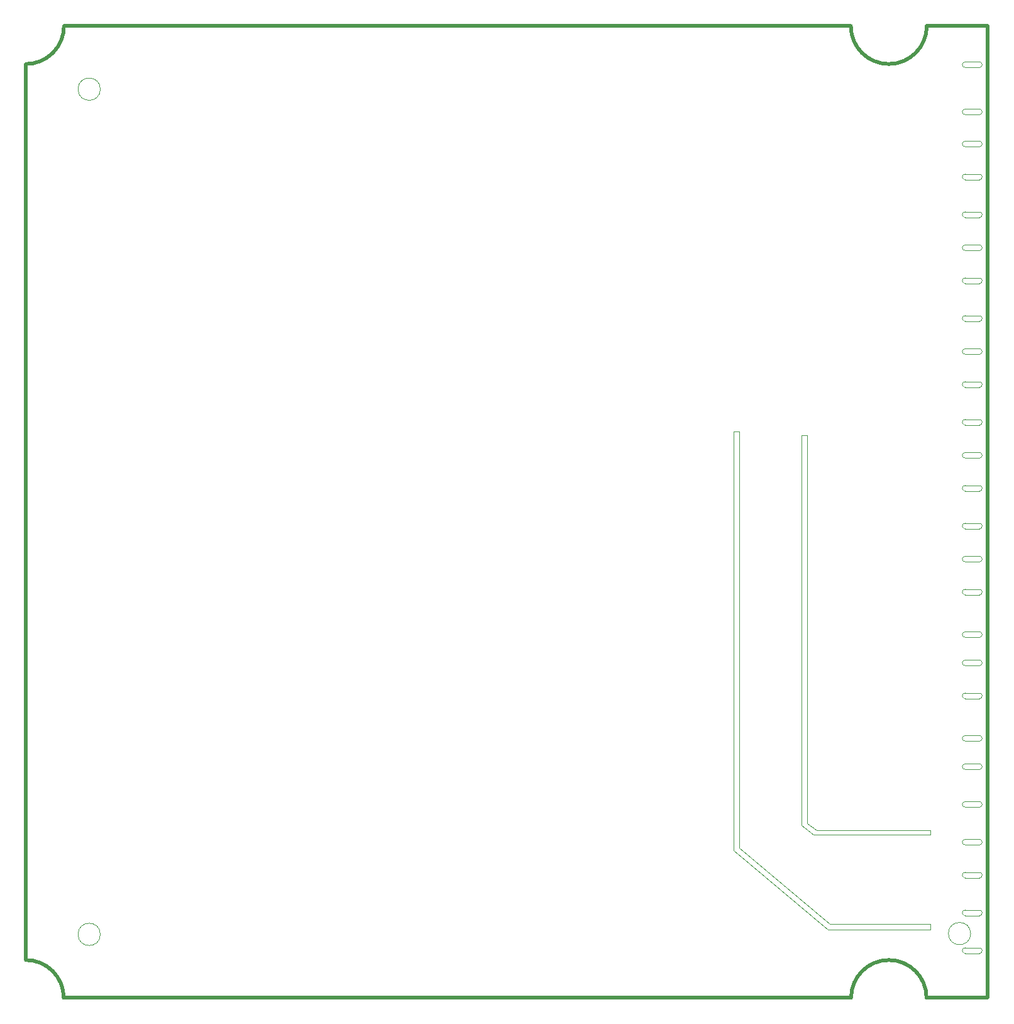
<source format=gbr>
%TF.GenerationSoftware,KiCad,Pcbnew,6.0.8-f2edbf62ab~116~ubuntu20.04.1*%
%TF.CreationDate,2022-10-25T18:56:44-07:00*%
%TF.ProjectId,Control_Board,436f6e74-726f-46c5-9f42-6f6172642e6b,rev?*%
%TF.SameCoordinates,Original*%
%TF.FileFunction,Profile,NP*%
%FSLAX46Y46*%
G04 Gerber Fmt 4.6, Leading zero omitted, Abs format (unit mm)*
G04 Created by KiCad (PCBNEW 6.0.8-f2edbf62ab~116~ubuntu20.04.1) date 2022-10-25 18:56:44*
%MOMM*%
%LPD*%
G01*
G04 APERTURE LIST*
%TA.AperFunction,Profile*%
%ADD10C,0.100000*%
%TD*%
%TA.AperFunction,Profile*%
%ADD11C,0.500000*%
%TD*%
G04 APERTURE END LIST*
D10*
X162007550Y-82282757D02*
X163912550Y-82282757D01*
D11*
X156800550Y-154926757D02*
G75*
G03*
X146640550Y-154926757I-5080000J0D01*
G01*
D10*
X163912550Y-143877843D02*
G75*
G03*
X163912550Y-143115757I50J381043D01*
G01*
X162007550Y-44055757D02*
X163912550Y-44055757D01*
X157343550Y-145782757D02*
X143500550Y-145782757D01*
X163912550Y-96252843D02*
G75*
G03*
X163912550Y-95490757I50J381043D01*
G01*
X163912550Y-124192843D02*
G75*
G03*
X163912550Y-123430757I50J381043D01*
G01*
X162007550Y-128510757D02*
X163912550Y-128510757D01*
X131553524Y-119239757D02*
X131553523Y-134784557D01*
X162007550Y-128510843D02*
G75*
G03*
X162007550Y-129272757I50J-380957D01*
G01*
X162007550Y-40372757D02*
X163912550Y-40372757D01*
X162007550Y-148957757D02*
X163912550Y-148957757D01*
X162007550Y-39610757D02*
X163912550Y-39610757D01*
X162007550Y-143115757D02*
X163912550Y-143115757D01*
X162007550Y-129272757D02*
X163912550Y-129272757D01*
X162007550Y-49135757D02*
X163912550Y-49135757D01*
X162007550Y-123430757D02*
X163912550Y-123430757D01*
X162007550Y-28942757D02*
X163912550Y-28942757D01*
X162007550Y-39610843D02*
G75*
G03*
X162007550Y-40372757I50J-380957D01*
G01*
X163912550Y-68312843D02*
G75*
G03*
X163912550Y-67550757I50J381043D01*
G01*
X163912550Y-129272843D02*
G75*
G03*
X163912550Y-128510757I50J381043D01*
G01*
X162007550Y-35292843D02*
G75*
G03*
X162007550Y-36054757I50J-380957D01*
G01*
X141986000Y-132359400D02*
X140716000Y-131470400D01*
X162007550Y-71995757D02*
X163912550Y-71995757D01*
D11*
X146640550Y-154926757D02*
X40595550Y-154926757D01*
D10*
X162007550Y-120382757D02*
X163912550Y-120382757D01*
X163912550Y-58787843D02*
G75*
G03*
X163912550Y-58025757I50J381043D01*
G01*
X162007550Y-35292757D02*
X163912550Y-35292757D01*
X163912550Y-148957843D02*
G75*
G03*
X163912550Y-148195757I50J381043D01*
G01*
X162007550Y-49135843D02*
G75*
G03*
X162007550Y-49897757I50J-380957D01*
G01*
X162007550Y-96252757D02*
X163912550Y-96252757D01*
X139954000Y-79248000D02*
X139954000Y-131724400D01*
X162007550Y-54342757D02*
X163912550Y-54342757D01*
X162007550Y-85965843D02*
G75*
G03*
X162007550Y-86727757I50J-380957D01*
G01*
X162007550Y-77075757D02*
X163912550Y-77075757D01*
X45524550Y-146394854D02*
G75*
G03*
X45524550Y-146394854I-1500000J0D01*
G01*
X130800550Y-135089357D02*
X130791525Y-119239757D01*
X163912550Y-40372843D02*
G75*
G03*
X163912550Y-39610757I50J381043D01*
G01*
X163912550Y-106412843D02*
G75*
G03*
X163912550Y-105650757I50J381043D01*
G01*
X163912550Y-114667843D02*
G75*
G03*
X163912550Y-113905757I50J381043D01*
G01*
X163912550Y-110222843D02*
G75*
G03*
X163912550Y-109460757I50J381043D01*
G01*
X162007550Y-53580757D02*
X163912550Y-53580757D01*
X141604999Y-132994400D02*
X139954000Y-131724400D01*
X162007550Y-95490843D02*
G75*
G03*
X162007550Y-96252757I50J-380957D01*
G01*
X162007550Y-91807757D02*
X163912550Y-91807757D01*
X163912550Y-44817843D02*
G75*
G03*
X163912550Y-44055757I50J381043D01*
G01*
X162007550Y-133590843D02*
G75*
G03*
X162007550Y-134352757I50J-380957D01*
G01*
X162007550Y-95490757D02*
X163912550Y-95490757D01*
D11*
X146601017Y-24116757D02*
X40635083Y-24116757D01*
D10*
X162007550Y-138035757D02*
X163912550Y-138035757D01*
X162007550Y-81520843D02*
G75*
G03*
X162007550Y-82282757I50J-380957D01*
G01*
X162745550Y-146290757D02*
G75*
G03*
X162745550Y-146290757I-1500000J0D01*
G01*
D11*
X165055550Y-154926757D02*
X156800550Y-154926757D01*
D10*
X131553524Y-119239757D02*
X131553524Y-117334757D01*
X162007550Y-63105757D02*
X163912550Y-63105757D01*
X162007550Y-44817757D02*
X163912550Y-44817757D01*
X163912550Y-49897843D02*
G75*
G03*
X163912550Y-49135757I50J381043D01*
G01*
X162007550Y-148195757D02*
X163912550Y-148195757D01*
X162007550Y-148195843D02*
G75*
G03*
X162007550Y-148957757I50J-380957D01*
G01*
X162007550Y-109460757D02*
X163912550Y-109460757D01*
X130791525Y-119239757D02*
X130810000Y-78740000D01*
X163912550Y-86727843D02*
G75*
G03*
X163912550Y-85965757I50J381043D01*
G01*
X162007550Y-71995843D02*
G75*
G03*
X162007550Y-72757757I50J-380957D01*
G01*
X162007550Y-119620757D02*
X163912550Y-119620757D01*
X162007550Y-77075843D02*
G75*
G03*
X162007550Y-77837757I50J-380957D01*
G01*
X162007550Y-86727757D02*
X163912550Y-86727757D01*
X162007550Y-99935757D02*
X163912550Y-99935757D01*
X162007550Y-99935843D02*
G75*
G03*
X162007550Y-100697757I50J-380957D01*
G01*
X131553524Y-78740000D02*
X131553523Y-121462800D01*
X163912550Y-63867843D02*
G75*
G03*
X163912550Y-63105757I50J381043D01*
G01*
X163912550Y-82282843D02*
G75*
G03*
X163912550Y-81520757I50J381043D01*
G01*
X162007550Y-143877757D02*
X163912550Y-143877757D01*
X162007550Y-123430843D02*
G75*
G03*
X162007550Y-124192757I50J-380957D01*
G01*
X162007550Y-109460843D02*
G75*
G03*
X162007550Y-110222757I50J-380957D01*
G01*
X162007550Y-63867757D02*
X163912550Y-63867757D01*
D11*
X156840083Y-24116757D02*
X165055550Y-24116757D01*
D10*
X157353000Y-132359402D02*
X141986000Y-132359400D01*
X162007550Y-133590757D02*
X163912550Y-133590757D01*
X162007550Y-67550843D02*
G75*
G03*
X162007550Y-68312757I50J-380957D01*
G01*
X162007550Y-44055843D02*
G75*
G03*
X162007550Y-44817757I50J-380957D01*
G01*
X163912550Y-36054843D02*
G75*
G03*
X163912550Y-35292757I50J381043D01*
G01*
D11*
X165055550Y-149846757D02*
X165055550Y-154926757D01*
D10*
X163912550Y-138797843D02*
G75*
G03*
X163912550Y-138035757I50J381043D01*
G01*
X162007550Y-119620843D02*
G75*
G03*
X162007550Y-120382757I50J-380957D01*
G01*
X157352999Y-132994400D02*
X141604999Y-132994400D01*
X163912550Y-77837843D02*
G75*
G03*
X163912550Y-77075757I50J381043D01*
G01*
X157343550Y-145020759D02*
X143779950Y-145020757D01*
X162007550Y-77837757D02*
X163912550Y-77837757D01*
X162007550Y-105650757D02*
X163912550Y-105650757D01*
X162007550Y-85965757D02*
X163912550Y-85965757D01*
X162007550Y-134352757D02*
X163912550Y-134352757D01*
X162007550Y-67550757D02*
X163912550Y-67550757D01*
X162007550Y-58025843D02*
G75*
G03*
X162007550Y-58787757I50J-380957D01*
G01*
X162007550Y-58787757D02*
X163912550Y-58787757D01*
D11*
X35515550Y-29236293D02*
G75*
G03*
X40635083Y-24116757I0J5119533D01*
G01*
X146601017Y-24116757D02*
G75*
G03*
X156840083Y-24116757I5119533J0D01*
G01*
D10*
X163912550Y-72757843D02*
G75*
G03*
X163912550Y-71995757I50J381043D01*
G01*
X163912550Y-29704843D02*
G75*
G03*
X163912550Y-28942757I50J381043D01*
G01*
X162007550Y-58025757D02*
X163912550Y-58025757D01*
X131553524Y-78740000D02*
X130810000Y-78740000D01*
X162007550Y-143115843D02*
G75*
G03*
X162007550Y-143877757I50J-380957D01*
G01*
X162007550Y-124192757D02*
X163912550Y-124192757D01*
X163912550Y-91807843D02*
G75*
G03*
X163912550Y-91045757I50J381043D01*
G01*
X162007550Y-114667757D02*
X163912550Y-114667757D01*
X162007550Y-36054757D02*
X163912550Y-36054757D01*
X162007550Y-91045757D02*
X163912550Y-91045757D01*
X130800550Y-135089357D02*
X143500550Y-145782757D01*
X162007550Y-91045843D02*
G75*
G03*
X162007550Y-91807757I50J-380957D01*
G01*
X162007550Y-100697757D02*
X163912550Y-100697757D01*
D11*
X35515550Y-149846757D02*
X35515550Y-29236290D01*
D10*
X163912550Y-134352843D02*
G75*
G03*
X163912550Y-133590757I50J381043D01*
G01*
X157343550Y-145020759D02*
X157343550Y-145782757D01*
X162007550Y-63105843D02*
G75*
G03*
X162007550Y-63867757I50J-380957D01*
G01*
X140716000Y-79248000D02*
X140716000Y-131470400D01*
D11*
X165055550Y-24116757D02*
X165055550Y-29236290D01*
D10*
X163912550Y-120382843D02*
G75*
G03*
X163912550Y-119620757I50J381043D01*
G01*
X162007550Y-53580843D02*
G75*
G03*
X162007550Y-54342757I50J-380957D01*
G01*
X131553523Y-134784557D02*
X143779950Y-145020757D01*
X162007550Y-49897757D02*
X163912550Y-49897757D01*
X162007550Y-113905757D02*
X163912550Y-113905757D01*
X157353000Y-132359402D02*
X157352999Y-132994400D01*
X162007550Y-29704757D02*
X163912550Y-29704757D01*
X162007550Y-113905843D02*
G75*
G03*
X162007550Y-114667757I50J-380957D01*
G01*
X162007550Y-110222757D02*
X163912550Y-110222757D01*
X162007550Y-105650843D02*
G75*
G03*
X162007550Y-106412757I50J-380957D01*
G01*
X163912550Y-54342843D02*
G75*
G03*
X163912550Y-53580757I50J381043D01*
G01*
X162007550Y-81520757D02*
X163912550Y-81520757D01*
X162007550Y-68312757D02*
X163912550Y-68312757D01*
X162007550Y-28942843D02*
G75*
G03*
X162007550Y-29704757I50J-380957D01*
G01*
D11*
X165055550Y-149846757D02*
X165055550Y-29236290D01*
D10*
X140716000Y-79248000D02*
X139954000Y-79248000D01*
X45524550Y-32625757D02*
G75*
G03*
X45524550Y-32625757I-1500000J0D01*
G01*
X162007550Y-72757757D02*
X163912550Y-72757757D01*
D11*
X40595553Y-154926757D02*
G75*
G03*
X35515550Y-149846757I-5080003J-3D01*
G01*
D10*
X163912550Y-100697843D02*
G75*
G03*
X163912550Y-99935757I50J381043D01*
G01*
X162007550Y-138797757D02*
X163912550Y-138797757D01*
X162007550Y-138035843D02*
G75*
G03*
X162007550Y-138797757I50J-380957D01*
G01*
X162007550Y-106412757D02*
X163912550Y-106412757D01*
M02*

</source>
